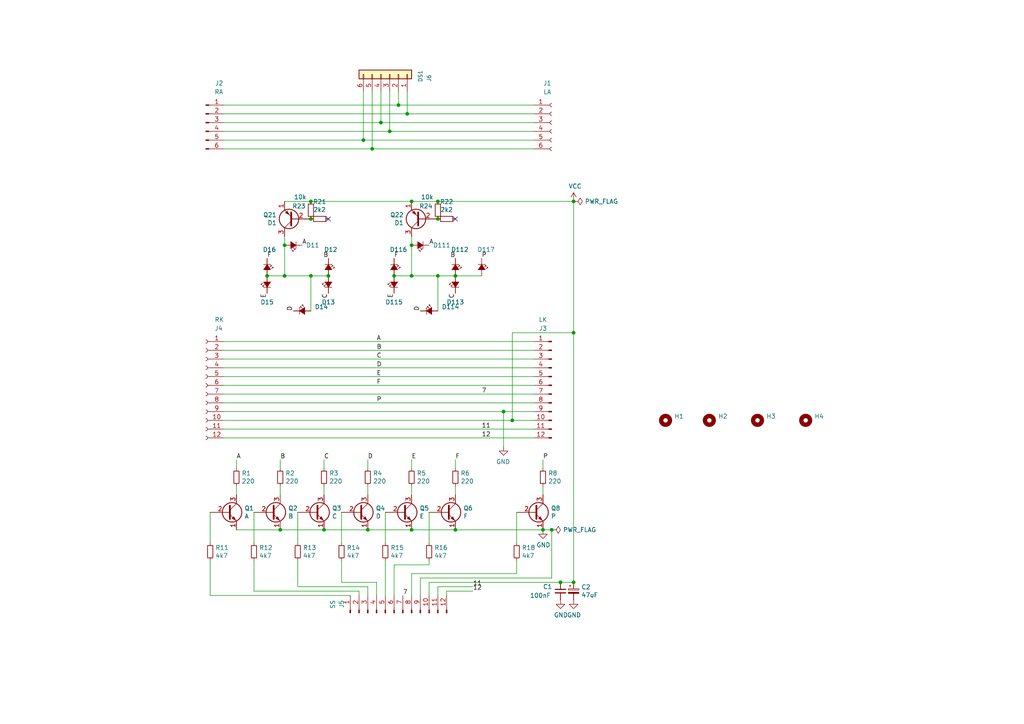
<source format=kicad_sch>
(kicad_sch (version 20230121) (generator eeschema)
  (paper "A4")
  (title_block (title "6 segment digit pair") (date "2020-06-19") (rev "1"))
  (lib_symbols
    (symbol "Connector:Conn_01x06_Pin" (pin_names (offset 1.016) hide)
      (property "Reference" "J" (at 0 7.62 0))
      (property "Value" "Conn_01x06_Pin" (at 0 -10.16 0))
      (symbol "Conn_01x06_Pin_1_1"
        (polyline (pts (xy 1.27 -7.62) (xy 0.8636 -7.62)) (stroke (width 0.1524)))
        (polyline (pts (xy 1.27 -5.08) (xy 0.8636 -5.08)) (stroke (width 0.1524)))
        (polyline (pts (xy 1.27 -2.54) (xy 0.8636 -2.54)) (stroke (width 0.1524)))
        (polyline (pts (xy 1.27 0) (xy 0.8636 0)) (stroke (width 0.1524)))
        (polyline (pts (xy 1.27 2.54) (xy 0.8636 2.54)) (stroke (width 0.1524)))
        (polyline (pts (xy 1.27 5.08) (xy 0.8636 5.08)) (stroke (width 0.1524)))
        (rectangle (start 0.8636 -7.493) (end 0 -7.747) (stroke (width 0.1524)) (fill (type outline)))
        (rectangle (start 0.8636 -4.953) (end 0 -5.207) (stroke (width 0.1524)) (fill (type outline)))
        (rectangle (start 0.8636 -2.413) (end 0 -2.667) (stroke (width 0.1524)) (fill (type outline)))
        (rectangle (start 0.8636 0.127) (end 0 -0.127) (stroke (width 0.1524)) (fill (type outline)))
        (rectangle (start 0.8636 2.667) (end 0 2.413) (stroke (width 0.1524)) (fill (type outline)))
        (rectangle (start 0.8636 5.207) (end 0 4.953) (stroke (width 0.1524)) (fill (type outline)))
        (pin passive line (at 5.08 5.08 180) (length 3.81) (name "Pin_1") (number "1"))
        (pin passive line (at 5.08 2.54 180) (length 3.81) (name "Pin_2") (number "2"))
        (pin passive line (at 5.08 0 180) (length 3.81) (name "Pin_3") (number "3"))
        (pin passive line (at 5.08 -2.54 180) (length 3.81) (name "Pin_4") (number "4"))
        (pin passive line (at 5.08 -5.08 180) (length 3.81) (name "Pin_5") (number "5"))
        (pin passive line (at 5.08 -7.62 180) (length 3.81) (name "Pin_6") (number "6"))
      )
    )
    (symbol "Connector:Conn_01x06_Socket" (pin_names (offset 1.016) hide)
      (property "Reference" "J" (at 0 7.62 0))
      (property "Value" "Conn_01x06_Socket" (at 0 -10.16 0))
      (symbol "Conn_01x06_Socket_1_1"
        (arc (start 0 -7.112) (mid -0.5058 -7.62) (end 0 -8.128) (stroke (width 0.1524)))
        (arc (start 0 -4.572) (mid -0.5058 -5.08) (end 0 -5.588) (stroke (width 0.1524)))
        (arc (start 0 -2.032) (mid -0.5058 -2.54) (end 0 -3.048) (stroke (width 0.1524)))
        (polyline (pts (xy -1.27 -7.62) (xy -0.508 -7.62)) (stroke (width 0.1524)))
        (polyline (pts (xy -1.27 -5.08) (xy -0.508 -5.08)) (stroke (width 0.1524)))
        (polyline (pts (xy -1.27 -2.54) (xy -0.508 -2.54)) (stroke (width 0.1524)))
        (polyline (pts (xy -1.27 0) (xy -0.508 0)) (stroke (width 0.1524)))
        (polyline (pts (xy -1.27 2.54) (xy -0.508 2.54)) (stroke (width 0.1524)))
        (polyline (pts (xy -1.27 5.08) (xy -0.508 5.08)) (stroke (width 0.1524)))
        (arc (start 0 0.508) (mid -0.5058 0) (end 0 -0.508) (stroke (width 0.1524)))
        (arc (start 0 3.048) (mid -0.5058 2.54) (end 0 2.032) (stroke (width 0.1524)))
        (arc (start 0 5.588) (mid -0.5058 5.08) (end 0 4.572) (stroke (width 0.1524)))
        (pin passive line (at -5.08 5.08 0) (length 3.81) (name "Pin_1") (number "1"))
        (pin passive line (at -5.08 2.54 0) (length 3.81) (name "Pin_2") (number "2"))
        (pin passive line (at -5.08 0 0) (length 3.81) (name "Pin_3") (number "3"))
        (pin passive line (at -5.08 -2.54 0) (length 3.81) (name "Pin_4") (number "4"))
        (pin passive line (at -5.08 -5.08 0) (length 3.81) (name "Pin_5") (number "5"))
        (pin passive line (at -5.08 -7.62 0) (length 3.81) (name "Pin_6") (number "6"))
      )
    )
    (symbol "Connector:Conn_01x12_Pin" (pin_names (offset 1.016) hide)
      (property "Reference" "J" (at 0 15.24 0))
      (property "Value" "Conn_01x12_Pin" (at 0 -17.78 0))
      (symbol "Conn_01x12_Pin_1_1"
        (polyline (pts (xy 1.27 -15.24) (xy 0.8636 -15.24)) (stroke (width 0.1524)))
        (polyline (pts (xy 1.27 -12.7) (xy 0.8636 -12.7)) (stroke (width 0.1524)))
        (polyline (pts (xy 1.27 -10.16) (xy 0.8636 -10.16)) (stroke (width 0.1524)))
        (polyline (pts (xy 1.27 -7.62) (xy 0.8636 -7.62)) (stroke (width 0.1524)))
        (polyline (pts (xy 1.27 -5.08) (xy 0.8636 -5.08)) (stroke (width 0.1524)))
        (polyline (pts (xy 1.27 -2.54) (xy 0.8636 -2.54)) (stroke (width 0.1524)))
        (polyline (pts (xy 1.27 0) (xy 0.8636 0)) (stroke (width 0.1524)))
        (polyline (pts (xy 1.27 2.54) (xy 0.8636 2.54)) (stroke (width 0.1524)))
        (polyline (pts (xy 1.27 5.08) (xy 0.8636 5.08)) (stroke (width 0.1524)))
        (polyline (pts (xy 1.27 7.62) (xy 0.8636 7.62)) (stroke (width 0.1524)))
        (polyline (pts (xy 1.27 10.16) (xy 0.8636 10.16)) (stroke (width 0.1524)))
        (polyline (pts (xy 1.27 12.7) (xy 0.8636 12.7)) (stroke (width 0.1524)))
        (rectangle (start 0.8636 -15.113) (end 0 -15.367) (stroke (width 0.1524)) (fill (type outline)))
        (rectangle (start 0.8636 -12.573) (end 0 -12.827) (stroke (width 0.1524)) (fill (type outline)))
        (rectangle (start 0.8636 -10.033) (end 0 -10.287) (stroke (width 0.1524)) (fill (type outline)))
        (rectangle (start 0.8636 -7.493) (end 0 -7.747) (stroke (width 0.1524)) (fill (type outline)))
        (rectangle (start 0.8636 -4.953) (end 0 -5.207) (stroke (width 0.1524)) (fill (type outline)))
        (rectangle (start 0.8636 -2.413) (end 0 -2.667) (stroke (width 0.1524)) (fill (type outline)))
        (rectangle (start 0.8636 0.127) (end 0 -0.127) (stroke (width 0.1524)) (fill (type outline)))
        (rectangle (start 0.8636 2.667) (end 0 2.413) (stroke (width 0.1524)) (fill (type outline)))
        (rectangle (start 0.8636 5.207) (end 0 4.953) (stroke (width 0.1524)) (fill (type outline)))
        (rectangle (start 0.8636 7.747) (end 0 7.493) (stroke (width 0.1524)) (fill (type outline)))
        (rectangle (start 0.8636 10.287) (end 0 10.033) (stroke (width 0.1524)) (fill (type outline)))
        (rectangle (start 0.8636 12.827) (end 0 12.573) (stroke (width 0.1524)) (fill (type outline)))
        (pin passive line (at 5.08 12.7 180) (length 3.81) (name "Pin_1") (number "1"))
        (pin passive line (at 5.08 -10.16 180) (length 3.81) (name "Pin_10") (number "10"))
        (pin passive line (at 5.08 -12.7 180) (length 3.81) (name "Pin_11") (number "11"))
        (pin passive line (at 5.08 -15.24 180) (length 3.81) (name "Pin_12") (number "12"))
        (pin passive line (at 5.08 10.16 180) (length 3.81) (name "Pin_2") (number "2"))
        (pin passive line (at 5.08 7.62 180) (length 3.81) (name "Pin_3") (number "3"))
        (pin passive line (at 5.08 5.08 180) (length 3.81) (name "Pin_4") (number "4"))
        (pin passive line (at 5.08 2.54 180) (length 3.81) (name "Pin_5") (number "5"))
        (pin passive line (at 5.08 0 180) (length 3.81) (name "Pin_6") (number "6"))
        (pin passive line (at 5.08 -2.54 180) (length 3.81) (name "Pin_7") (number "7"))
        (pin passive line (at 5.08 -5.08 180) (length 3.81) (name "Pin_8") (number "8"))
        (pin passive line (at 5.08 -7.62 180) (length 3.81) (name "Pin_9") (number "9"))
      )
    )
    (symbol "Connector:Conn_01x12_Socket" (pin_names (offset 1.016) hide)
      (property "Reference" "J" (at 0 15.24 0))
      (property "Value" "Conn_01x12_Socket" (at 0 -17.78 0))
      (symbol "Conn_01x12_Socket_1_1"
        (arc (start 0 -14.732) (mid -0.5058 -15.24) (end 0 -15.748) (stroke (width 0.1524)))
        (arc (start 0 -12.192) (mid -0.5058 -12.7) (end 0 -13.208) (stroke (width 0.1524)))
        (arc (start 0 -9.652) (mid -0.5058 -10.16) (end 0 -10.668) (stroke (width 0.1524)))
        (arc (start 0 -7.112) (mid -0.5058 -7.62) (end 0 -8.128) (stroke (width 0.1524)))
        (arc (start 0 -4.572) (mid -0.5058 -5.08) (end 0 -5.588) (stroke (width 0.1524)))
        (arc (start 0 -2.032) (mid -0.5058 -2.54) (end 0 -3.048) (stroke (width 0.1524)))
        (polyline (pts (xy -1.27 -15.24) (xy -0.508 -15.24)) (stroke (width 0.1524)))
        (polyline (pts (xy -1.27 -12.7) (xy -0.508 -12.7)) (stroke (width 0.1524)))
        (polyline (pts (xy -1.27 -10.16) (xy -0.508 -10.16)) (stroke (width 0.1524)))
        (polyline (pts (xy -1.27 -7.62) (xy -0.508 -7.62)) (stroke (width 0.1524)))
        (polyline (pts (xy -1.27 -5.08) (xy -0.508 -5.08)) (stroke (width 0.1524)))
        (polyline (pts (xy -1.27 -2.54) (xy -0.508 -2.54)) (stroke (width 0.1524)))
        (polyline (pts (xy -1.27 0) (xy -0.508 0)) (stroke (width 0.1524)))
        (polyline (pts (xy -1.27 2.54) (xy -0.508 2.54)) (stroke (width 0.1524)))
        (polyline (pts (xy -1.27 5.08) (xy -0.508 5.08)) (stroke (width 0.1524)))
        (polyline (pts (xy -1.27 7.62) (xy -0.508 7.62)) (stroke (width 0.1524)))
        (polyline (pts (xy -1.27 10.16) (xy -0.508 10.16)) (stroke (width 0.1524)))
        (polyline (pts (xy -1.27 12.7) (xy -0.508 12.7)) (stroke (width 0.1524)))
        (arc (start 0 0.508) (mid -0.5058 0) (end 0 -0.508) (stroke (width 0.1524)))
        (arc (start 0 3.048) (mid -0.5058 2.54) (end 0 2.032) (stroke (width 0.1524)))
        (arc (start 0 5.588) (mid -0.5058 5.08) (end 0 4.572) (stroke (width 0.1524)))
        (arc (start 0 8.128) (mid -0.5058 7.62) (end 0 7.112) (stroke (width 0.1524)))
        (arc (start 0 10.668) (mid -0.5058 10.16) (end 0 9.652) (stroke (width 0.1524)))
        (arc (start 0 13.208) (mid -0.5058 12.7) (end 0 12.192) (stroke (width 0.1524)))
        (pin passive line (at -5.08 12.7 0) (length 3.81) (name "Pin_1") (number "1"))
        (pin passive line (at -5.08 -10.16 0) (length 3.81) (name "Pin_10") (number "10"))
        (pin passive line (at -5.08 -12.7 0) (length 3.81) (name "Pin_11") (number "11"))
        (pin passive line (at -5.08 -15.24 0) (length 3.81) (name "Pin_12") (number "12"))
        (pin passive line (at -5.08 10.16 0) (length 3.81) (name "Pin_2") (number "2"))
        (pin passive line (at -5.08 7.62 0) (length 3.81) (name "Pin_3") (number "3"))
        (pin passive line (at -5.08 5.08 0) (length 3.81) (name "Pin_4") (number "4"))
        (pin passive line (at -5.08 2.54 0) (length 3.81) (name "Pin_5") (number "5"))
        (pin passive line (at -5.08 0 0) (length 3.81) (name "Pin_6") (number "6"))
        (pin passive line (at -5.08 -2.54 0) (length 3.81) (name "Pin_7") (number "7"))
        (pin passive line (at -5.08 -5.08 0) (length 3.81) (name "Pin_8") (number "8"))
        (pin passive line (at -5.08 -7.62 0) (length 3.81) (name "Pin_9") (number "9"))
      )
    )
    (symbol "Connector_Generic:Conn_01x06" (pin_names (offset 1.016) hide)
      (property "Reference" "J" (at 0 7.62 0))
      (property "Value" "Conn_01x06" (at 0 -10.16 0))
      (symbol "Conn_01x06_1_1"
        (rectangle (start -1.27 -7.493) (end 0 -7.747) (stroke (width 0.1524)))
        (rectangle (start -1.27 -4.953) (end 0 -5.207) (stroke (width 0.1524)))
        (rectangle (start -1.27 -2.413) (end 0 -2.667) (stroke (width 0.1524)))
        (rectangle (start -1.27 0.127) (end 0 -0.127) (stroke (width 0.1524)))
        (rectangle (start -1.27 2.667) (end 0 2.413) (stroke (width 0.1524)))
        (rectangle (start -1.27 5.207) (end 0 4.953) (stroke (width 0.1524)))
        (rectangle (start -1.27 6.35) (end 1.27 -8.89) (stroke (width 0.254)) (fill (type background)))
        (pin passive line (at -5.08 5.08 0) (length 3.81) (name "Pin_1") (number "1"))
        (pin passive line (at -5.08 2.54 0) (length 3.81) (name "Pin_2") (number "2"))
        (pin passive line (at -5.08 0 0) (length 3.81) (name "Pin_3") (number "3"))
        (pin passive line (at -5.08 -2.54 0) (length 3.81) (name "Pin_4") (number "4"))
        (pin passive line (at -5.08 -5.08 0) (length 3.81) (name "Pin_5") (number "5"))
        (pin passive line (at -5.08 -7.62 0) (length 3.81) (name "Pin_6") (number "6"))
      )
    )
    (symbol "Device:C_Polarized_Small" (pin_numbers hide) (pin_names (offset 0.254) hide)
      (property "Reference" "C" (at 0.254 1.778 0))
      (property "Value" "C_Polarized_Small" (at 0.254 -2.032 0))
      (symbol "C_Polarized_Small_0_1"
        (rectangle (start -1.524 -0.3048) (end 1.524 -0.6858) (fill (type outline)))
        (rectangle (start -1.524 0.6858) (end 1.524 0.3048))
        (polyline (pts (xy -1.27 1.524) (xy -0.762 1.524)))
        (polyline (pts (xy -1.016 1.27) (xy -1.016 1.778)))
      )
      (symbol "C_Polarized_Small_1_1"
        (pin passive line (at 0 2.54 270) (length 1.8542) (name "~") (number "1"))
        (pin passive line (at 0 -2.54 90) (length 1.8542) (name "~") (number "2"))
      )
    )
    (symbol "Device:C_Small" (pin_numbers hide) (pin_names (offset 0.254) hide)
      (property "Reference" "C" (at 0.254 1.778 0))
      (property "Value" "C_Small" (at 0.254 -2.032 0))
      (symbol "C_Small_0_1"
        (polyline (pts (xy -1.524 -0.508) (xy 1.524 -0.508)) (stroke (width 0.3302)))
        (polyline (pts (xy -1.524 0.508) (xy 1.524 0.508)) (stroke (width 0.3048)))
      )
      (symbol "C_Small_1_1"
        (pin passive line (at 0 2.54 270) (length 2.032) (name "~") (number "1"))
        (pin passive line (at 0 -2.54 90) (length 2.032) (name "~") (number "2"))
      )
    )
    (symbol "Device:Q_NPN_EBC" (pin_names (offset 0) hide)
      (property "Reference" "Q" (at 5.08 1.27 0))
      (property "Value" "Q_NPN_EBC" (at 5.08 -1.27 0))
      (symbol "Q_NPN_EBC_0_1"
        (polyline (pts (xy 0.635 0.635) (xy 2.54 2.54)))
        (polyline (pts (xy 0.635 -0.635) (xy 2.54 -2.54) (xy 2.54 -2.54)))
        (polyline (pts (xy 0.635 1.905) (xy 0.635 -1.905) (xy 0.635 -1.905)) (stroke (width 0.508)))
        (polyline (pts (xy 1.27 -1.778) (xy 1.778 -1.27) (xy 2.286 -2.286) (xy 1.27 -1.778) (xy 1.27 -1.778)) (fill (type outline)))
        (circle (center 1.27 0) (radius 2.8194) (stroke (width 0.254)))
      )
      (symbol "Q_NPN_EBC_1_1"
        (pin passive line (at 2.54 -5.08 90) (length 2.54) (name "E") (number "1"))
        (pin passive line (at -5.08 0 0) (length 5.715) (name "B") (number "2"))
        (pin passive line (at 2.54 5.08 270) (length 2.54) (name "C") (number "3"))
      )
    )
    (symbol "Device:Q_PNP_EBC" (pin_names (offset 0) hide)
      (property "Reference" "Q" (at 5.08 1.27 0))
      (property "Value" "Q_PNP_EBC" (at 5.08 -1.27 0))
      (symbol "Q_PNP_EBC_0_1"
        (polyline (pts (xy 0.635 0.635) (xy 2.54 2.54)))
        (polyline (pts (xy 0.635 -0.635) (xy 2.54 -2.54) (xy 2.54 -2.54)))
        (polyline (pts (xy 0.635 1.905) (xy 0.635 -1.905) (xy 0.635 -1.905)) (stroke (width 0.508)))
        (polyline (pts (xy 2.286 -1.778) (xy 1.778 -2.286) (xy 1.27 -1.27) (xy 2.286 -1.778) (xy 2.286 -1.778)) (fill (type outline)))
        (circle (center 1.27 0) (radius 2.8194) (stroke (width 0.254)))
      )
      (symbol "Q_PNP_EBC_1_1"
        (pin passive line (at 2.54 -5.08 90) (length 2.54) (name "E") (number "1"))
        (pin input line (at -5.08 0 0) (length 5.715) (name "B") (number "2"))
        (pin passive line (at 2.54 5.08 270) (length 2.54) (name "C") (number "3"))
      )
    )
    (symbol "Device:R_Small" (pin_numbers hide) (pin_names (offset 0.254) hide)
      (property "Reference" "R" (at 0.762 0.508 0))
      (property "Value" "R_Small" (at 0.762 -1.016 0))
      (symbol "R_Small_0_1"
        (rectangle (start -0.762 1.778) (end 0.762 -1.778) (stroke (width 0.2032)))
      )
      (symbol "R_Small_1_1"
        (pin passive line (at 0 2.54 270) (length 0.762) (name "~") (number "1"))
        (pin passive line (at 0 -2.54 90) (length 0.762) (name "~") (number "2"))
      )
    )
    (symbol "Ken:LED_Small_ALTx4" (pin_numbers hide) (pin_names (offset 0.254) hide)
      (property "Reference" "D" (at -1.27 3.175 0))
      (property "Value" "LED_Small_ALTx4" (at -4.445 -2.54 0))
      (symbol "LED_Small_ALTx4_0_1"
        (polyline (pts (xy -0.762 -1.016) (xy -0.762 1.016)))
        (polyline (pts (xy 1.016 0) (xy -0.762 0)))
        (polyline (pts (xy 0.762 -1.016) (xy -0.762 0) (xy 0.762 1.016) (xy 0.762 -1.016)) (fill (type outline)))
        (polyline (pts (xy 0 0.762) (xy -0.508 1.27) (xy -0.254 1.27) (xy -0.508 1.27) (xy -0.508 1.016)))
        (polyline (pts (xy 0.508 1.27) (xy 0 1.778) (xy 0.254 1.778) (xy 0 1.778) (xy 0 1.524)))
      )
      (symbol "LED_Small_ALTx4_1_0"
        (pin no_connect line (at 1.27 -2.54 90) (length 1.27) hide (name "~") (number "3"))
        (pin no_connect line (at -1.27 2.54 270) (length 1.27) hide (name "~") (number "4"))
        (pin no_connect line (at -1.27 -2.54 90) (length 1.27) hide (name "~") (number "5"))
      )
      (symbol "LED_Small_ALTx4_1_1"
        (pin passive line (at -2.54 0 0) (length 1.778) (name "K") (number "1"))
        (pin passive line (at 2.54 0 180) (length 1.778) (name "A") (number "2"))
      )
    )
    (symbol "Mechanical:MountingHole" (pin_names (offset 1.016))
      (property "Reference" "H" (at 0 5.08 0))
      (property "Value" "MountingHole" (at 0 3.175 0))
      (symbol "MountingHole_0_1"
        (circle (center 0 0) (radius 1.27) (stroke (width 1.27)))
      )
    )
    (symbol "power:GND" (power) (pin_names (offset 0))
      (property "Value" "GND" (at 0 -3.81 0))
      (symbol "GND_0_1"
        (polyline (pts (xy 0 0) (xy 0 -1.27) (xy 1.27 -1.27) (xy 0 -2.54) (xy -1.27 -1.27) (xy 0 -1.27)))
      )
      (symbol "GND_1_1"
        (pin power_in line (at 0 0 270) (length 0) hide (name "GND") (number "1"))
      )
    )
    (symbol "power:PWR_FLAG" (power) (pin_numbers hide) (pin_names (offset 0) hide)
      (property "Value" "PWR_FLAG" (at 0 3.81 0))
      (symbol "PWR_FLAG_0_0"
        (pin power_out line (at 0 0 90) (length 0) (name "pwr") (number "1"))
      )
      (symbol "PWR_FLAG_0_1"
        (polyline (pts (xy 0 0) (xy 0 1.27) (xy -1.016 1.905) (xy 0 2.54) (xy 1.016 1.905) (xy 0 1.27)))
      )
    )
    (symbol "power:VCC" (power) (pin_names (offset 0))
      (property "Value" "VCC" (at 0 3.81 0))
      (symbol "VCC_0_1"
        (polyline (pts (xy -0.762 1.27) (xy 0 2.54)))
        (polyline (pts (xy 0 0) (xy 0 2.54)))
        (polyline (pts (xy 0 2.54) (xy 0.762 1.27)))
      )
      (symbol "VCC_1_1"
        (pin power_in line (at 0 0 90) (length 0) hide (name "VCC") (number "1"))
      )
    )
  )
  (junction (at 127 58.42))
  (junction (at 166.37 168.91))
  (junction (at 105.41 40.64))
  (junction (at 113.03 38.1))
  (junction (at 82.55 71.12))
  (junction (at 162.56 168.91))
  (junction (at 132.08 80.01))
  (junction (at 106.68 153.67))
  (junction (at 166.37 96.52))
  (junction (at 166.37 58.42))
  (junction (at 118.11 33.02))
  (junction (at 81.28 153.67))
  (junction (at 157.48 153.67))
  (junction (at 115.57 30.48))
  (junction (at 119.38 58.42))
  (junction (at 110.49 35.56))
  (junction (at 90.17 58.42))
  (junction (at 90.17 63.5))
  (junction (at 146.05 119.38))
  (junction (at 95.25 80.01))
  (junction (at 127 80.01))
  (junction (at 93.98 153.67))
  (junction (at 119.38 153.67))
  (junction (at 77.47 80.01))
  (junction (at 132.08 153.67))
  (junction (at 160.02 153.67))
  (junction (at 114.3 80.01))
  (junction (at 148.59 121.92))
  (junction (at 119.38 71.12))
  (junction (at 82.55 80.01))
  (junction (at 119.38 80.01))
  (junction (at 127 63.5))
  (junction (at 107.95 43.18))
  (junction (at 90.17 80.01))
  (no_connect (at 132.08 63.5))
  (no_connect (at 95.25 63.5))
  (wire (pts (xy 148.59 96.52) (xy 166.37 96.52)))
  (wire (pts (xy 82.55 80.01) (xy 90.17 80.01)))
  (wire (pts (xy 124.46 163.83) (xy 124.46 162.56)))
  (wire (pts (xy 119.38 133.35) (xy 119.38 135.89)))
  (wire (pts (xy 119.38 153.67) (xy 132.08 153.67)))
  (wire (pts (xy 157.48 140.97) (xy 157.48 143.51)))
  (wire (pts (xy 129.54 171.45) (xy 129.54 172.72)))
  (wire (pts (xy 64.77 114.3) (xy 154.94 114.3)))
  (wire (pts (xy 109.22 168.91) (xy 109.22 172.72)))
  (wire (pts (xy 106.68 170.18) (xy 106.68 172.72)))
  (wire (pts (xy 90.17 80.01) (xy 95.25 80.01)))
  (wire (pts (xy 137.16 171.45) (xy 129.54 171.45)))
  (wire (pts (xy 106.68 133.35) (xy 106.68 135.89)))
  (wire (pts (xy 64.77 124.46) (xy 154.94 124.46)))
  (wire (pts (xy 110.49 35.56) (xy 154.94 35.56)))
  (wire (pts (xy 132.08 80.01) (xy 139.7 80.01)))
  (wire (pts (xy 64.77 104.14) (xy 154.94 104.14)))
  (wire (pts (xy 157.48 153.67) (xy 160.02 153.67)))
  (wire (pts (xy 68.58 143.51) (xy 68.58 140.97)))
  (wire (pts (xy 146.05 119.38) (xy 154.94 119.38)))
  (wire (pts (xy 119.38 140.97) (xy 119.38 143.51)))
  (wire (pts (xy 132.08 153.67) (xy 157.48 153.67)))
  (wire (pts (xy 64.77 43.18) (xy 107.95 43.18)))
  (wire (pts (xy 149.86 148.59) (xy 149.86 157.48)))
  (wire (pts (xy 64.77 33.02) (xy 118.11 33.02)))
  (wire (pts (xy 119.38 68.58) (xy 119.38 71.12)))
  (wire (pts (xy 93.98 133.35) (xy 93.98 135.89)))
  (wire (pts (xy 160.02 167.64) (xy 160.02 153.67)))
  (wire (pts (xy 64.77 35.56) (xy 110.49 35.56)))
  (wire (pts (xy 81.28 133.35) (xy 81.28 135.89)))
  (wire (pts (xy 73.66 162.56) (xy 73.66 171.45)))
  (wire (pts (xy 81.28 140.97) (xy 81.28 143.51)))
  (wire (pts (xy 124.46 168.91) (xy 162.56 168.91)))
  (wire (pts (xy 121.92 172.72) (xy 121.92 167.64)))
  (wire (pts (xy 114.3 163.83) (xy 114.3 172.72)))
  (wire (pts (xy 115.57 26.67) (xy 115.57 30.48)))
  (wire (pts (xy 106.68 153.67) (xy 119.38 153.67)))
  (wire (pts (xy 104.14 171.45) (xy 104.14 172.72)))
  (wire (pts (xy 121.92 167.64) (xy 160.02 167.64)))
  (wire (pts (xy 110.49 26.67) (xy 110.49 35.56)))
  (wire (pts (xy 64.77 40.64) (xy 105.41 40.64)))
  (wire (pts (xy 114.3 163.83) (xy 124.46 163.83)))
  (wire (pts (xy 118.11 33.02) (xy 154.94 33.02)))
  (wire (pts (xy 68.58 135.89) (xy 68.58 133.35)))
  (wire (pts (xy 119.38 71.12) (xy 119.38 80.01)))
  (wire (pts (xy 64.77 116.84) (xy 154.94 116.84)))
  (wire (pts (xy 82.55 71.12) (xy 82.55 80.01)))
  (wire (pts (xy 93.98 140.97) (xy 93.98 143.51)))
  (wire (pts (xy 146.05 129.54) (xy 146.05 119.38)))
  (wire (pts (xy 148.59 121.92) (xy 154.94 121.92)))
  (wire (pts (xy 105.41 40.64) (xy 154.94 40.64)))
  (wire (pts (xy 127 58.42) (xy 166.37 58.42)))
  (wire (pts (xy 157.48 133.35) (xy 157.48 135.89)))
  (wire (pts (xy 60.96 172.72) (xy 101.6 172.72)))
  (wire (pts (xy 148.59 96.52) (xy 148.59 121.92)))
  (wire (pts (xy 127 58.42) (xy 119.38 58.42)))
  (wire (pts (xy 64.77 30.48) (xy 115.57 30.48)))
  (wire (pts (xy 64.77 99.06) (xy 154.94 99.06)))
  (wire (pts (xy 99.06 162.56) (xy 99.06 168.91)))
  (wire (pts (xy 60.96 157.48) (xy 60.96 148.59)))
  (wire (pts (xy 111.76 162.56) (xy 111.76 172.72)))
  (wire (pts (xy 86.36 148.59) (xy 86.36 157.48)))
  (wire (pts (xy 149.86 162.56) (xy 149.86 166.37)))
  (wire (pts (xy 166.37 96.52) (xy 166.37 168.91)))
  (wire (pts (xy 162.56 168.91) (xy 166.37 168.91)))
  (wire (pts (xy 119.38 172.72) (xy 119.38 166.37)))
  (wire (pts (xy 105.41 26.67) (xy 105.41 40.64)))
  (wire (pts (xy 127 172.72) (xy 127 170.18)))
  (wire (pts (xy 64.77 119.38) (xy 146.05 119.38)))
  (wire (pts (xy 107.95 26.67) (xy 107.95 43.18)))
  (wire (pts (xy 86.36 170.18) (xy 106.68 170.18)))
  (wire (pts (xy 82.55 80.01) (xy 77.47 80.01)))
  (wire (pts (xy 127 80.01) (xy 132.08 80.01)))
  (wire (pts (xy 113.03 38.1) (xy 154.94 38.1)))
  (wire (pts (xy 99.06 148.59) (xy 99.06 157.48)))
  (wire (pts (xy 82.55 68.58) (xy 82.55 71.12)))
  (wire (pts (xy 90.17 58.42) (xy 82.55 58.42)))
  (wire (pts (xy 107.95 43.18) (xy 154.94 43.18)))
  (wire (pts (xy 115.57 30.48) (xy 154.94 30.48)))
  (wire (pts (xy 118.11 26.67) (xy 118.11 33.02)))
  (wire (pts (xy 64.77 38.1) (xy 113.03 38.1)))
  (wire (pts (xy 64.77 127) (xy 154.94 127)))
  (wire (pts (xy 81.28 153.67) (xy 93.98 153.67)))
  (wire (pts (xy 64.77 106.68) (xy 154.94 106.68)))
  (wire (pts (xy 166.37 58.42) (xy 166.37 96.52)))
  (wire (pts (xy 93.98 153.67) (xy 106.68 153.67)))
  (wire (pts (xy 111.76 148.59) (xy 111.76 157.48)))
  (wire (pts (xy 64.77 111.76) (xy 154.94 111.76)))
  (wire (pts (xy 113.03 26.67) (xy 113.03 38.1)))
  (wire (pts (xy 64.77 101.6) (xy 154.94 101.6)))
  (wire (pts (xy 90.17 58.42) (xy 119.38 58.42)))
  (wire (pts (xy 64.77 121.92) (xy 148.59 121.92)))
  (wire (pts (xy 90.17 90.17) (xy 90.17 80.01)))
  (wire (pts (xy 127 170.18) (xy 137.16 170.18)))
  (wire (pts (xy 64.77 109.22) (xy 154.94 109.22)))
  (wire (pts (xy 73.66 171.45) (xy 104.14 171.45)))
  (wire (pts (xy 99.06 168.91) (xy 109.22 168.91)))
  (wire (pts (xy 132.08 133.35) (xy 132.08 135.89)))
  (wire (pts (xy 119.38 166.37) (xy 149.86 166.37)))
  (wire (pts (xy 68.58 153.67) (xy 81.28 153.67)))
  (wire (pts (xy 86.36 162.56) (xy 86.36 170.18)))
  (wire (pts (xy 106.68 140.97) (xy 106.68 143.51)))
  (wire (pts (xy 119.38 80.01) (xy 127 80.01)))
  (wire (pts (xy 127 90.17) (xy 127 80.01)))
  (wire (pts (xy 132.08 140.97) (xy 132.08 143.51)))
  (wire (pts (xy 124.46 148.59) (xy 124.46 157.48)))
  (wire (pts (xy 119.38 80.01) (xy 114.3 80.01)))
  (wire (pts (xy 60.96 162.56) (xy 60.96 172.72)))
  (wire (pts (xy 124.46 172.72) (xy 124.46 168.91)))
  (wire (pts (xy 73.66 148.59) (xy 73.66 157.48)))
  (label "E" (at 77.47 85.09 270))
  (label "D" (at 109.22 106.68 0))
  (label "P" (at 157.48 133.35 0))
  (label "C" (at 93.98 133.35 0))
  (label "F" (at 114.3 74.93 0))
  (label "E" (at 109.22 109.22 0))
  (label "A" (at 109.22 99.06 0))
  (label "11" (at 137.16 170.18 0))
  (label "D" (at 106.68 133.35 0))
  (label "A" (at 68.58 133.35 0))
  (label "A" (at 124.46 71.12 0))
  (label "7" (at 116.84 172.72 0))
  (label "P" (at 139.7 74.93 0))
  (label "E" (at 119.38 133.35 0))
  (label "F" (at 109.22 111.76 0))
  (label "E" (at 114.3 85.09 270))
  (label "F" (at 132.08 133.35 0))
  (label "12" (at 139.7 127 0))
  (label "12" (at 137.16 171.45 0))
  (label "C" (at 132.08 85.09 270))
  (label "C" (at 95.25 85.09 270))
  (label "7" (at 139.7 114.3 0))
  (label "B" (at 95.25 74.93 180))
  (label "A" (at 87.63 71.12 0))
  (label "F" (at 77.47 74.93 0))
  (label "B" (at 81.28 133.35 0))
  (label "D" (at 121.92 90.17 90))
  (label "D" (at 85.09 90.17 90))
  (label "P" (at 109.22 116.84 0))
  (label "C" (at 109.22 104.14 0))
  (label "B" (at 132.08 74.93 180))
  (label "B" (at 109.22 101.6 0))
  (label "11" (at 139.7 124.46 0))
  (symbol (lib_id "Connector:Conn_01x06_Socket") (at 160.02 35.56 0) (unit 1)
    (property "Reference" "J1" (at 158.75 24.13 0))
    (property "Value" "LA" (at 158.75 26.67 0))
    (property "Footprint" "Connector_PinSocket_2.54mm:PinSocket_1x06_P2.54mm_Horizontal" (effects hide))
  )
  (symbol (lib_id "Connector:Conn_01x06_Pin") (at 59.69 35.56 0) (unit 1)
    (property "Reference" "J2" (at 64.77 24.13 0) (effects (justify right)))
    (property "Value" "RA" (at 64.77 26.67 0) (effects (justify right)))
    (property "Footprint" "Connector_PinHeader_2.54mm:PinHeader_1x06_P2.54mm_Horizontal" (effects hide))
  )
  (symbol (lib_id "Connector_Generic:Conn_01x06") (at 113.03 21.59 270) (mirror x) (unit 1)
    (property "Reference" "J6" (at 124.46 21.59 0) (effects (font (size 1.143 1.143)) (justify right)))
    (property "Value" "DS1" (at 121.92 20.32 0) (effects (font (size 1.143 1.143)) (justify right)))
    (property "Footprint" "Connectors:2X3" (effects hide))
    (property "Field4" "XXX-00000" (effects hide))
  )
  (symbol (lib_id "Connector:Conn_01x12_Pin") (at 160.02 111.76 0) (mirror y) (unit 1)
    (property "Reference" "J3" (at 157.48 95.25 0))
    (property "Value" "LK" (at 157.48 92.71 0))
    (property "Footprint" "Connector_PinSocket_2.54mm:PinSocket_1x12_P2.54mm_Horizontal" (effects hide))
  )
  (symbol (lib_id "Connector:Conn_01x12_Socket") (at 59.69 111.76 0) (mirror y) (unit 1)
    (property "Reference" "J4" (at 62.23 95.25 0) (effects (justify right)))
    (property "Value" "RK" (at 62.23 92.71 0) (effects (justify right)))
    (property "Footprint" "Connector_PinHeader_2.54mm:PinHeader_1x12_P2.54mm_Horizontal" (effects hide))
  )
  (symbol (lib_id "Device:R_Small") (at 81.28 138.43 0) (unit 1)
    (property "Reference" "R2" (at 82.7786 137.2616 0) (effects (justify left)))
    (property "Value" "220" (at 82.7786 139.573 0) (effects (justify left)))
    (property "Footprint" "Resistor_THT:R_Axial_DIN0309_L9.0mm_D3.2mm_P12.70mm_Horizontal" (effects hide))
  )
  (symbol (lib_id "Device:R_Small") (at 68.58 138.43 0) (unit 1)
    (property "Reference" "R1" (at 70.0786 137.2616 0) (effects (justify left)))
    (property "Value" "220" (at 70.0786 139.573 0) (effects (justify left)))
    (property "Footprint" "Resistor_THT:R_Axial_DIN0309_L9.0mm_D3.2mm_P12.70mm_Horizontal" (effects hide))
  )
  (symbol (lib_id "Device:R_Small") (at 93.98 138.43 0) (unit 1)
    (property "Reference" "R3" (at 95.4786 137.2616 0) (effects (justify left)))
    (property "Value" "220" (at 95.4786 139.573 0) (effects (justify left)))
    (property "Footprint" "Resistor_THT:R_Axial_DIN0309_L9.0mm_D3.2mm_P12.70mm_Horizontal" (effects hide))
  )
  (symbol (lib_id "Device:R_Small") (at 106.68 138.43 0) (unit 1)
    (property "Reference" "R4" (at 108.1786 137.2616 0) (effects (justify left)))
    (property "Value" "220" (at 108.1786 139.573 0) (effects (justify left)))
    (property "Footprint" "Resistor_THT:R_Axial_DIN0309_L9.0mm_D3.2mm_P12.70mm_Horizontal" (effects hide))
  )
  (symbol (lib_id "Device:R_Small") (at 119.38 138.43 0) (unit 1)
    (property "Reference" "R5" (at 120.8786 137.2616 0) (effects (justify left)))
    (property "Value" "220" (at 120.8786 139.573 0) (effects (justify left)))
    (property "Footprint" "Resistor_THT:R_Axial_DIN0309_L9.0mm_D3.2mm_P12.70mm_Horizontal" (effects hide))
  )
  (symbol (lib_id "Device:R_Small") (at 132.08 138.43 0) (unit 1)
    (property "Reference" "R6" (at 133.5786 137.2616 0) (effects (justify left)))
    (property "Value" "220" (at 133.5786 139.573 0) (effects (justify left)))
    (property "Footprint" "Resistor_THT:R_Axial_DIN0309_L9.0mm_D3.2mm_P12.70mm_Horizontal" (effects hide))
  )
  (symbol (lib_id "Device:R_Small") (at 157.48 138.43 0) (unit 1)
    (property "Reference" "R8" (at 158.9786 137.2616 0) (effects (justify left)))
    (property "Value" "220" (at 158.9786 139.573 0) (effects (justify left)))
    (property "Footprint" "Resistor_THT:R_Axial_DIN0309_L9.0mm_D3.2mm_P12.70mm_Horizontal" (effects hide))
  )
  (symbol (lib_id "Device:R_Small") (at 60.96 160.02 0) (unit 1)
    (property "Reference" "R11" (at 62.4586 158.8516 0) (effects (justify left)))
    (property "Value" "4k7" (at 62.4586 161.163 0) (effects (justify left)))
    (property "Footprint" "Resistor_THT:R_Axial_DIN0309_L9.0mm_D3.2mm_P12.70mm_Horizontal" (effects hide))
  )
  (symbol (lib_id "Device:R_Small") (at 73.66 160.02 0) (unit 1)
    (property "Reference" "R12" (at 75.1586 158.8516 0) (effects (justify left)))
    (property "Value" "4k7" (at 75.1586 161.163 0) (effects (justify left)))
    (property "Footprint" "Resistor_THT:R_Axial_DIN0309_L9.0mm_D3.2mm_P12.70mm_Horizontal" (effects hide))
  )
  (symbol (lib_id "Device:R_Small") (at 86.36 160.02 0) (unit 1)
    (property "Reference" "R13" (at 87.8586 158.8516 0) (effects (justify left)))
    (property "Value" "4k7" (at 87.8586 161.163 0) (effects (justify left)))
    (property "Footprint" "Resistor_THT:R_Axial_DIN0309_L9.0mm_D3.2mm_P12.70mm_Horizontal" (effects hide))
  )
  (symbol (lib_id "Device:R_Small") (at 99.06 160.02 0) (unit 1)
    (property "Reference" "R14" (at 100.5586 158.8516 0) (effects (justify left)))
    (property "Value" "4k7" (at 100.5586 161.163 0) (effects (justify left)))
    (property "Footprint" "Resistor_THT:R_Axial_DIN0309_L9.0mm_D3.2mm_P12.70mm_Horizontal" (effects hide))
  )
  (symbol (lib_id "Device:R_Small") (at 111.76 160.02 0) (unit 1)
    (property "Reference" "R15" (at 113.2586 158.8516 0) (effects (justify left)))
    (property "Value" "4k7" (at 113.2586 161.163 0) (effects (justify left)))
    (property "Footprint" "Resistor_THT:R_Axial_DIN0309_L9.0mm_D3.2mm_P12.70mm_Horizontal" (effects hide))
  )
  (symbol (lib_id "Device:R_Small") (at 124.46 160.02 0) (unit 1)
    (property "Reference" "R16" (at 125.9586 158.8516 0) (effects (justify left)))
    (property "Value" "4k7" (at 125.9586 161.163 0) (effects (justify left)))
    (property "Footprint" "Resistor_THT:R_Axial_DIN0309_L9.0mm_D3.2mm_P12.70mm_Horizontal" (effects hide))
  )
  (symbol (lib_id "Device:R_Small") (at 149.86 160.02 0) (unit 1)
    (property "Reference" "R18" (at 151.3586 158.8516 0) (effects (justify left)))
    (property "Value" "4k7" (at 151.3586 161.163 0) (effects (justify left)))
    (property "Footprint" "Resistor_THT:R_Axial_DIN0309_L9.0mm_D3.2mm_P12.70mm_Horizontal" (effects hide))
  )
  (symbol (lib_id "Device:R_Small") (at 90.17 60.96 0) (mirror y) (unit 1)
    (property "Reference" "R23" (at 88.6714 59.7916 0) (effects (justify left)))
    (property "Value" "10k" (at 88.9 57.15 0) (effects (justify left)))
    (property "Footprint" "Resistor_THT:R_Axial_DIN0207_L6.3mm_D2.5mm_P10.16mm_Horizontal" (effects hide))
  )
  (symbol (lib_id "Device:R_Small") (at 127 60.96 0) (mirror y) (unit 1)
    (property "Reference" "R24" (at 125.5014 59.7916 0) (effects (justify left)))
    (property "Value" "10k" (at 125.73 57.15 0) (effects (justify left)))
    (property "Footprint" "Resistor_THT:R_Axial_DIN0207_L6.3mm_D2.5mm_P10.16mm_Horizontal" (effects hide))
  )
  (symbol (lib_id "Connector:Conn_01x12_Pin") (at 114.3 177.8 90) (unit 1)
    (property "Reference" "J5" (at 99.06 173.99 0) (effects (justify right)))
    (property "Value" "SS" (at 96.52 173.99 0) (effects (justify right)))
    (property "Footprint" "Connector_PinHeader_2.54mm:PinHeader_1x12_P2.54mm_Vertical" (effects hide))
  )
  (symbol (lib_id "Device:C_Polarized_Small") (at 166.37 171.45 0) (unit 1)
    (property "Reference" "C2" (at 168.6052 170.2816 0) (effects (justify left)))
    (property "Value" "47uF" (at 168.6052 172.593 0) (effects (justify left)))
    (property "Footprint" "Capacitor_THT:CP_Radial_D5.0mm_P2.50mm" (effects hide))
  )
  (symbol (lib_id "Device:C_Small") (at 162.56 171.45 0) (unit 1)
    (property "Reference" "C1" (at 157.48 170.18 0) (effects (justify left)))
    (property "Value" "100nF" (at 153.67 172.72 0) (effects (justify left)))
    (property "Footprint" "Capacitor_THT:C_Rect_L7.0mm_W2.0mm_P5.00mm" (effects hide))
  )
  (symbol (lib_id "power:GND") (at 162.56 173.99 0) (unit 1)
    (property "Reference" "#PWR02" (effects hide))
    (property "Value" "GND" (at 162.687 178.3842 0))
  )
  (symbol (lib_id "power:GND") (at 166.37 173.99 0) (unit 1)
    (property "Reference" "#PWR03" (effects hide))
    (property "Value" "GND" (at 166.497 178.3842 0))
  )
  (symbol (lib_id "Device:Q_PNP_EBC") (at 85.09 63.5 180) (unit 1)
    (property "Reference" "Q21" (at 80.264 62.3316 0) (effects (justify left)))
    (property "Value" "D1" (at 80.264 64.643 0) (effects (justify left)))
    (property "Footprint" "Package_TO_SOT_THT:TO-92" (effects hide))
  )
  (symbol (lib_id "Device:Q_PNP_EBC") (at 121.92 63.5 180) (unit 1)
    (property "Reference" "Q22" (at 117.094 62.3316 0) (effects (justify left)))
    (property "Value" "D1" (at 117.094 64.643 0) (effects (justify left)))
    (property "Footprint" "Package_TO_SOT_THT:TO-92" (effects hide))
  )
  (symbol (lib_id "power:VCC") (at 166.37 58.42 0) (unit 1)
    (property "Reference" "#PWR0101" (effects hide))
    (property "Value" "VCC" (at 166.8018 54.0258 0))
  )
  (symbol (lib_id "power:PWR_FLAG") (at 166.37 58.42 270) (unit 1)
    (property "Reference" "#FLG0101" (effects hide))
    (property "Value" "PWR_FLAG" (at 169.6212 58.42 90) (effects (justify left)))
  )
  (symbol (lib_id "Device:R_Small") (at 92.71 63.5 90) (mirror x) (unit 1)
    (property "Reference" "R21" (at 92.71 58.5216 90))
    (property "Value" "2k2" (at 92.71 60.833 90))
    (property "Footprint" "Resistor_THT:R_Axial_DIN0207_L6.3mm_D2.5mm_P10.16mm_Horizontal" (effects hide))
  )
  (symbol (lib_id "Device:R_Small") (at 129.54 63.5 90) (mirror x) (unit 1)
    (property "Reference" "R22" (at 129.54 58.5216 90))
    (property "Value" "2k2" (at 129.54 60.833 90))
    (property "Footprint" "Resistor_THT:R_Axial_DIN0207_L6.3mm_D2.5mm_P10.16mm_Horizontal" (effects hide))
  )
  (symbol (lib_id "power:GND") (at 146.05 129.54 0) (mirror y) (unit 1)
    (property "Reference" "#PWR0102" (effects hide))
    (property "Value" "GND" (at 145.923 133.9342 0))
  )
  (symbol (lib_id "Device:Q_NPN_EBC") (at 66.04 148.59 0) (unit 1)
    (property "Reference" "Q1" (at 70.8914 147.4216 0) (effects (justify left)))
    (property "Value" "A" (at 70.8914 149.733 0) (effects (justify left)))
    (property "Footprint" "Package_TO_SOT_THT:TO-92" (effects hide))
  )
  (symbol (lib_id "Device:Q_NPN_EBC") (at 78.74 148.59 0) (unit 1)
    (property "Reference" "Q2" (at 83.5914 147.4216 0) (effects (justify left)))
    (property "Value" "B" (at 83.5914 149.733 0) (effects (justify left)))
    (property "Footprint" "Package_TO_SOT_THT:TO-92" (effects hide))
  )
  (symbol (lib_id "Device:Q_NPN_EBC") (at 91.44 148.59 0) (unit 1)
    (property "Reference" "Q3" (at 96.2914 147.4216 0) (effects (justify left)))
    (property "Value" "C" (at 96.2914 149.733 0) (effects (justify left)))
    (property "Footprint" "Package_TO_SOT_THT:TO-92" (effects hide))
  )
  (symbol (lib_id "Device:Q_NPN_EBC") (at 104.14 148.59 0) (unit 1)
    (property "Reference" "Q4" (at 108.9914 147.4216 0) (effects (justify left)))
    (property "Value" "D" (at 108.9914 149.733 0) (effects (justify left)))
    (property "Footprint" "Package_TO_SOT_THT:TO-92" (effects hide))
  )
  (symbol (lib_id "Device:Q_NPN_EBC") (at 116.84 148.59 0) (unit 1)
    (property "Reference" "Q5" (at 121.6914 147.4216 0) (effects (justify left)))
    (property "Value" "E" (at 121.6914 149.733 0) (effects (justify left)))
    (property "Footprint" "Package_TO_SOT_THT:TO-92" (effects hide))
  )
  (symbol (lib_id "Device:Q_NPN_EBC") (at 129.54 148.59 0) (unit 1)
    (property "Reference" "Q6" (at 134.3914 147.4216 0) (effects (justify left)))
    (property "Value" "F" (at 134.3914 149.733 0) (effects (justify left)))
    (property "Footprint" "Package_TO_SOT_THT:TO-92" (effects hide))
  )
  (symbol (lib_id "Device:Q_NPN_EBC") (at 154.94 148.59 0) (unit 1)
    (property "Reference" "Q8" (at 159.7914 147.4216 0) (effects (justify left)))
    (property "Value" "P" (at 159.7914 149.733 0) (effects (justify left)))
    (property "Footprint" "Package_TO_SOT_THT:TO-92" (effects hide))
  )
  (symbol (lib_id "power:GND") (at 157.48 153.67 0) (unit 1)
    (property "Reference" "#PWR01" (effects hide))
    (property "Value" "GND" (at 157.607 158.0642 0))
  )
  (symbol (lib_id "power:PWR_FLAG") (at 160.02 153.67 270) (unit 1)
    (property "Reference" "#FLG01" (effects hide))
    (property "Value" "PWR_FLAG" (at 163.2712 153.67 90) (effects (justify left)))
  )
  (symbol (lib_id "Mechanical:MountingHole") (at 193.04 121.92 0) (unit 1)
    (property "Reference" "H1" (at 195.58 120.7516 0) (effects (justify left)))
    (property "Value" "MountingHole" (effects hide))
    (property "Footprint" "MountingHole:MountingHole_3.5mm_Pad" (effects hide))
  )
  (symbol (lib_id "Mechanical:MountingHole") (at 205.74 121.92 0) (unit 1)
    (property "Reference" "H2" (at 208.28 120.7516 0) (effects (justify left)))
    (property "Value" "MountingHole" (effects hide))
    (property "Footprint" "MountingHole:MountingHole_3.5mm_Pad" (effects hide))
  )
  (symbol (lib_id "Mechanical:MountingHole") (at 219.71 121.92 0) (unit 1)
    (property "Reference" "H3" (at 222.25 120.7516 0) (effects (justify left)))
    (property "Value" "MountingHole" (effects hide))
    (property "Footprint" "MountingHole:MountingHole_3.5mm_Pad" (effects hide))
  )
  (symbol (lib_id "Mechanical:MountingHole") (at 233.68 121.92 0) (unit 1)
    (property "Reference" "H4" (at 236.22 120.7516 0) (effects (justify left)))
    (property "Value" "MountingHole" (effects hide))
    (property "Footprint" "MountingHole:MountingHole_3.5mm_Pad" (effects hide))
  )
  (symbol (lib_id "Ken:LED_Small_ALTx4") (at 85.09 71.12 180) (unit 1)
    (property "Reference" "D11" (at 88.7476 71.12 0) (effects (justify right)))
    (property "Value" "A" (effects hide))
    (property "Footprint" "Ken:LED_D3.0mmx4" (effects hide))
  )
  (symbol (lib_id "Ken:LED_Small_ALTx4") (at 95.25 77.47 270) (unit 1)
    (property "Reference" "D12" (at 93.98 72.39 90) (effects (justify left)))
    (property "Value" "B" (effects hide))
    (property "Footprint" "Ken:LED_D3.0mmx4d" (effects hide))
  )
  (symbol (lib_id "Ken:LED_Small_ALTx4") (at 95.25 82.55 90) (unit 1)
    (property "Reference" "D13" (at 95.25 87.63 90))
    (property "Value" "C" (effects hide))
    (property "Footprint" "Ken:LED_D3.0mmx4kl" (effects hide))
  )
  (symbol (lib_id "Ken:LED_Small_ALTx4") (at 87.63 90.17 0) (unit 1)
    (property "Reference" "D14" (at 91.2876 89.0016 0) (effects (justify left)))
    (property "Value" "D" (effects hide))
    (property "Footprint" "Ken:LED_D3.0mmx4" (effects hide))
  )
  (symbol (lib_id "Ken:LED_Small_ALTx4") (at 77.47 82.55 90) (unit 1)
    (property "Reference" "D15" (at 77.47 87.63 90))
    (property "Value" "E" (effects hide))
    (property "Footprint" "Ken:LED_D3.0mmx4d" (effects hide))
  )
  (symbol (lib_id "Ken:LED_Small_ALTx4") (at 77.47 77.47 270) (unit 1)
    (property "Reference" "D16" (at 76.2 72.39 90) (effects (justify left)))
    (property "Value" "F" (effects hide))
    (property "Footprint" "Ken:LED_D3.0mmx4kl" (effects hide))
  )
  (symbol (lib_id "Ken:LED_Small_ALTx4") (at 121.92 71.12 180) (unit 1)
    (property "Reference" "D111" (at 125.5776 71.12 0) (effects (justify right)))
    (property "Value" "A" (effects hide))
    (property "Footprint" "Ken:LED_D3.0mmx4" (effects hide))
  )
  (symbol (lib_id "Ken:LED_Small_ALTx4") (at 132.08 77.47 270) (unit 1)
    (property "Reference" "D112" (at 130.81 72.39 90) (effects (justify left)))
    (property "Value" "B" (effects hide))
    (property "Footprint" "Ken:LED_D3.0mmx4d" (effects hide))
  )
  (symbol (lib_id "Ken:LED_Small_ALTx4") (at 132.08 82.55 90) (unit 1)
    (property "Reference" "D113" (at 132.08 87.63 90))
    (property "Value" "C" (effects hide))
    (property "Footprint" "Ken:LED_D3.0mmx4kl" (effects hide))
  )
  (symbol (lib_id "Ken:LED_Small_ALTx4") (at 114.3 82.55 90) (unit 1)
    (property "Reference" "D115" (at 114.3 87.63 90))
    (property "Value" "E" (effects hide))
    (property "Footprint" "Ken:LED_D3.0mmx4d" (effects hide))
  )
  (symbol (lib_id "Ken:LED_Small_ALTx4") (at 124.46 90.17 0) (unit 1)
    (property "Reference" "D114" (at 128.1176 89.0016 0) (effects (justify left)))
    (property "Value" "D" (effects hide))
    (property "Footprint" "Ken:LED_D3.0mmx4" (effects hide))
  )
  (symbol (lib_id "Ken:LED_Small_ALTx4") (at 114.3 77.47 270) (unit 1)
    (property "Reference" "D116" (at 113.03 72.39 90) (effects (justify left)))
    (property "Value" "F" (effects hide))
    (property "Footprint" "Ken:LED_D3.0mmx4kl" (effects hide))
  )
  (symbol (lib_id "Ken:LED_Small_ALTx4") (at 139.7 77.47 270) (unit 1)
    (property "Reference" "D117" (at 138.43 72.39 90) (effects (justify left)))
    (property "Value" "P" (effects hide))
    (property "Footprint" "Ken:LED_D3.0mm-colon" (effects hide))
  )
)
</source>
